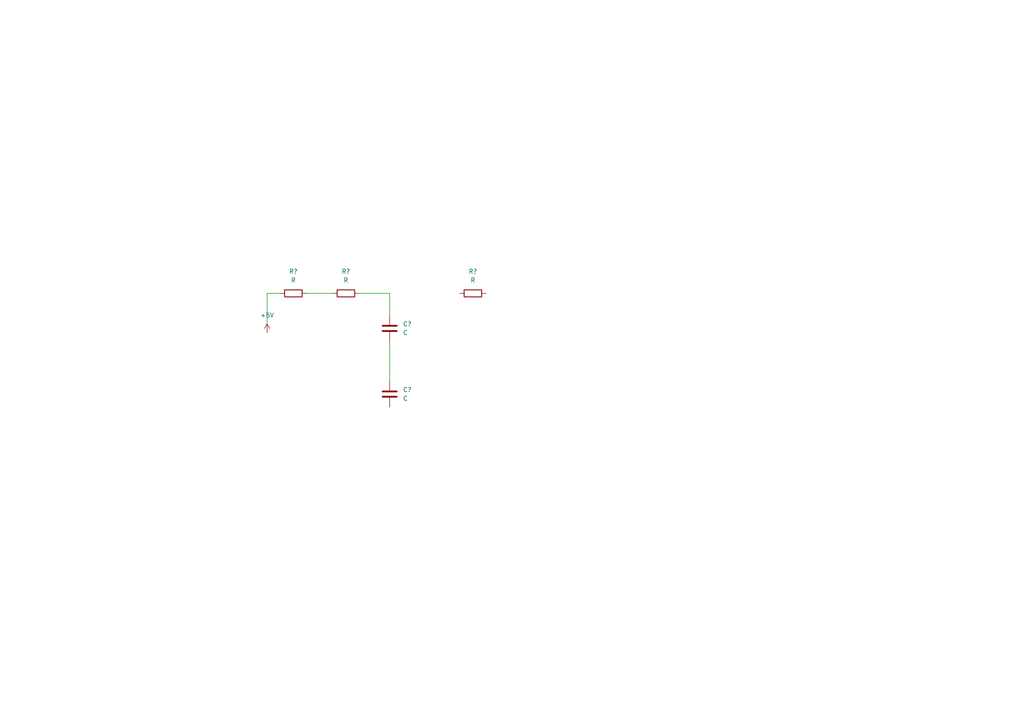
<source format=kicad_sch>
(kicad_sch (version 20211123) (generator eeschema)
  (paper "A4")
  (lib_symbols
    (symbol "Device:C" (pin_numbers hide) (pin_names (offset 0.254))
      (property "Reference" "C" (at 0.635 2.54 0))
      (property "Value" "C" (at 0.635 -2.54 0))
      (symbol "C_0_1"
        (polyline (pts (xy -2.032 -0.762) (xy 2.032 -0.762)) (stroke (width 0.508)))
        (polyline (pts (xy -2.032 0.762) (xy 2.032 0.762)) (stroke (width 0.508)))
      )
      (symbol "C_1_1"
        (pin passive line (at 0 3.81 270) (length 2.794) (name "~") (number "1"))
        (pin passive line (at 0 -3.81 90) (length 2.794) (name "~") (number "2"))
      )
    )
    (symbol "Device:R" (pin_numbers hide) (pin_names (offset 0))
      (property "Reference" "R" (at 2.032 0 90))
      (property "Value" "R" (at 0 0 90))
      (symbol "R_0_1"
        (rectangle (start -1.016 -2.54) (end 1.016 2.54) (stroke (width 0.254)))
      )
      (symbol "R_1_1"
        (pin passive line (at 0 3.81 270) (length 1.27) (name "~") (number "1"))
        (pin passive line (at 0 -3.81 90) (length 1.27) (name "~") (number "2"))
      )
    )
    (symbol "power:+5V" (power) (pin_names (offset 0))
      (property "Value" "+5V" (at 0 3.556 0))
      (symbol "+5V_0_1"
        (polyline (pts (xy -0.762 1.27) (xy 0 2.54)))
        (polyline (pts (xy 0 0) (xy 0 2.54)))
        (polyline (pts (xy 0 2.54) (xy 0.762 1.27)))
      )
      (symbol "+5V_1_1"
        (pin power_in line (at 0 0 90) (length 0) hide (name "+5V") (number "1"))
      )
    )
  )
  (wire (pts (xy 113.03 85.09) (xy 113.03 91.44)))
  (wire (pts (xy 113.03 99.06) (xy 113.03 110.49)))
  (wire (pts (xy 77.47 85.09) (xy 81.28 85.09)))
  (wire (pts (xy 104.14 85.09) (xy 113.03 85.09)))
  (wire (pts (xy 88.9 85.09) (xy 96.52 85.09)))
  (wire (pts (xy 77.47 93.98) (xy 77.47 85.09)))
  (symbol (lib_id "Device:R") (at 137.16 85.09 90) (unit 1)
    (property "Reference" "R?" (at 137.16 78.74 90))
    (property "Value" "R" (at 137.16 81.28 90))
  )
  (symbol (lib_id "power:+5V") (at 77.47 96.52 0) (unit 1)
    (property "Reference" "#PWR?" (effects hide))
    (property "Value" "+5V" (at 77.47 91.44 0))
  )
  (symbol (lib_id "Device:R") (at 85.09 85.09 90) (unit 1)
    (property "Reference" "R?" (at 85.09 78.74 90))
    (property "Value" "R" (at 85.09 81.28 90))
  )
  (symbol (lib_id "Device:R") (at 100.33 85.09 90) (unit 1)
    (property "Reference" "R?" (at 100.33 78.74 90))
    (property "Value" "R" (at 100.33 81.28 90))
  )
  (symbol (lib_id "Device:C") (at 113.03 95.25 180) (unit 1)
    (property "Reference" "C?" (at 116.84 93.9799 0) (effects (justify right)))
    (property "Value" "C" (at 116.84 96.5199 0) (effects (justify right)))
  )
  (symbol (lib_id "Device:C") (at 113.03 114.3 0) (unit 1)
    (property "Reference" "C?" (at 116.84 113.0299 0) (effects (justify left)))
    (property "Value" "C" (at 116.84 115.5699 0) (effects (justify left)))
  )
)
</source>
